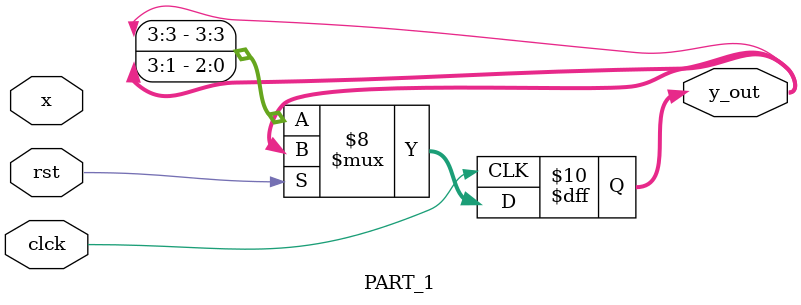
<source format=v>


module PART_1(	
	input clck,rst,
	input signed [3:0]x,
	output reg signed [3:0] y_out
	
	);

	reg signed [3:0] x_1,x_2,y_1;
	



	always @(posedge clck or posedge rst) begin
		if (rst)begin
			x_1<=0;
			x_2<=0;
			y_1<=0;
			
		end else begin
		
			
			y_out<=x_1+x_1+x_1-x_2-x_2+y_1;                   //membagi bilangan biner dengan 2 sama saja dengan menggeser ke kanan satu bit (karena tiap posisi adalah kelipatan dari pangkat 2) . seperti pada desimal, membagi suatu bilangan ratusan dengan 10 akan menggesernya ke arah kanan (puluhan)
			y_out=y_out>>>1;
			x_2<=x_1;
			y_1<=y_out;
			x_1<=x;
			end 
	end
	


endmodule

</source>
